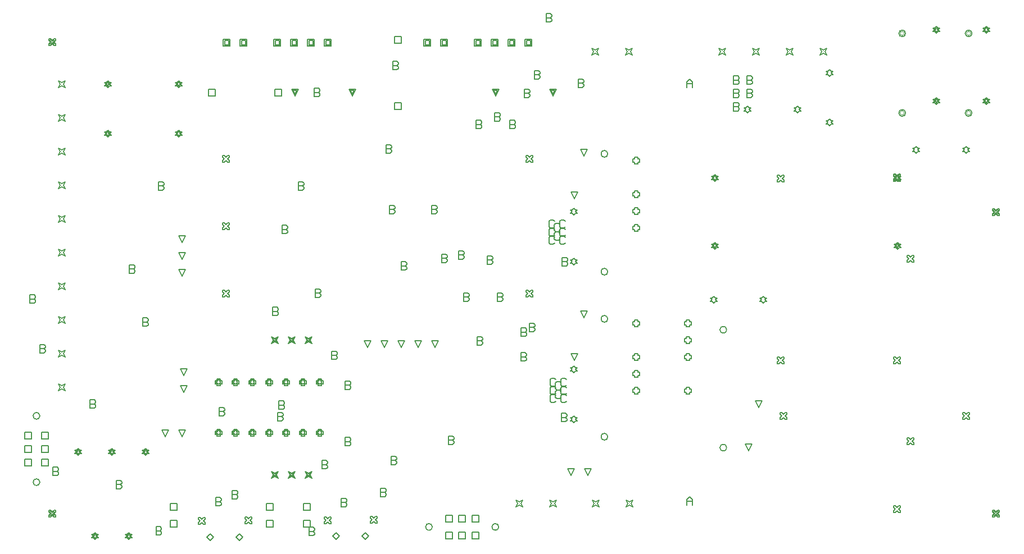
<source format=gbr>
%TF.GenerationSoftware,Altium Limited,Altium Designer,21.3.2 (30)*%
G04 Layer_Color=2752767*
%FSLAX26Y26*%
%MOIN*%
%TF.SameCoordinates,53465ED1-0DC7-484A-8DCD-68ECABD516C6*%
%TF.FilePolarity,Positive*%
%TF.FileFunction,Drawing*%
%TF.Part,Single*%
G01*
G75*
%TA.AperFunction,NonConductor*%
%ADD97C,0.004000*%
%ADD199C,0.005000*%
%ADD200C,0.006667*%
D97*
X6603299Y4377559D02*
G03*
X6603299Y4377559I-12000J0D01*
G01*
X6997000D02*
G03*
X6997000Y4377559I-12000J0D01*
G01*
Y4850000D02*
G03*
X6997000Y4850000I-12000J0D01*
G01*
X6603299D02*
G03*
X6603299Y4850000I-12000J0D01*
G01*
D199*
X1785000Y1855000D02*
X1795000D01*
X1805000Y1845000D01*
X1815000Y1855000D01*
X1825000D01*
X1815000Y1865000D01*
X1825000Y1875000D01*
X1815000D01*
X1805000Y1885000D01*
X1795000Y1875000D01*
X1785000D01*
X1795000Y1865000D01*
X1785000Y1855000D01*
X1793000Y1859000D02*
X1799000D01*
X1805000Y1853000D01*
X1811000Y1859000D01*
X1817000D01*
X1811000Y1865000D01*
X1817000Y1871000D01*
X1811000D01*
X1805000Y1877000D01*
X1799000Y1871000D01*
X1793000D01*
X1799000Y1865000D01*
X1793000Y1859000D01*
X1985000Y1855000D02*
X1995000D01*
X2005000Y1845000D01*
X2015000Y1855000D01*
X2025000D01*
X2015000Y1865000D01*
X2025000Y1875000D01*
X2015000D01*
X2005000Y1885000D01*
X1995000Y1875000D01*
X1985000D01*
X1995000Y1865000D01*
X1985000Y1855000D01*
X1993000Y1859000D02*
X1999000D01*
X2005000Y1853000D01*
X2011000Y1859000D01*
X2017000D01*
X2011000Y1865000D01*
X2017000Y1871000D01*
X2011000D01*
X2005000Y1877000D01*
X1999000Y1871000D01*
X1993000D01*
X1999000Y1865000D01*
X1993000Y1859000D01*
X2165354Y1870079D02*
X2190346D01*
X2198677Y1878409D01*
Y1886740D01*
X2190346Y1895071D01*
X2165354D01*
X2190346D01*
X2198677Y1903401D01*
Y1911732D01*
X2190346Y1920062D01*
X2165354D01*
Y1870079D01*
X2250000Y1920000D02*
Y1960000D01*
X2290000D01*
Y1920000D01*
X2250000D01*
Y2020000D02*
Y2060000D01*
X2290000D01*
Y2020000D01*
X2250000D01*
X2468386Y1859252D02*
X2488386Y1879252D01*
X2508386Y1859252D01*
X2488386Y1839252D01*
X2468386Y1859252D01*
X2641614D02*
X2661614Y1879252D01*
X2681614Y1859252D01*
X2661614Y1839252D01*
X2641614Y1859252D01*
X2692795Y1937677D02*
X2702795D01*
X2712795Y1947677D01*
X2722795Y1937677D01*
X2732795D01*
Y1947677D01*
X2722795Y1957677D01*
X2732795Y1967677D01*
Y1977677D01*
X2722795D01*
X2712795Y1967677D01*
X2702795Y1977677D01*
X2692795D01*
Y1967677D01*
X2702795Y1957677D01*
X2692795Y1947677D01*
Y1937677D01*
X2820000Y1920000D02*
Y1960000D01*
X2860000D01*
Y1920000D01*
X2820000D01*
Y2020000D02*
Y2060000D01*
X2860000D01*
Y2020000D01*
X2820000D01*
X3073445Y1917484D02*
Y1867500D01*
X3098437D01*
X3106767Y1875831D01*
Y1884161D01*
X3098437Y1892492D01*
X3073445D01*
X3098437D01*
X3106767Y1900823D01*
Y1909153D01*
X3098437Y1917484D01*
X3073445D01*
X3213386Y1864252D02*
X3233386Y1884252D01*
X3253386Y1864252D01*
X3233386Y1844252D01*
X3213386Y1864252D01*
X3386614D02*
X3406614Y1884252D01*
X3426614Y1864252D01*
X3406614Y1844252D01*
X3386614Y1864252D01*
X3437795Y1942677D02*
X3447795D01*
X3457795Y1952677D01*
X3467795Y1942677D01*
X3477795D01*
Y1952677D01*
X3467795Y1962677D01*
X3477795Y1972677D01*
Y1982677D01*
X3467795D01*
X3457795Y1972677D01*
X3447795Y1982677D01*
X3437795D01*
Y1972677D01*
X3447795Y1962677D01*
X3437795Y1952677D01*
Y1942677D01*
X3497165Y2099528D02*
X3522157D01*
X3530488Y2107858D01*
Y2116189D01*
X3522157Y2124519D01*
X3497165D01*
X3522157D01*
X3530488Y2132850D01*
Y2141181D01*
X3522157Y2149511D01*
X3497165D01*
Y2099528D01*
X3560000Y2290000D02*
X3584992D01*
X3593323Y2298331D01*
Y2306661D01*
X3584992Y2314992D01*
X3560000D01*
X3584992D01*
X3593323Y2323323D01*
Y2331653D01*
X3584992Y2339984D01*
X3560000D01*
Y2290000D01*
X3882520Y1988425D02*
X3922520D01*
Y1948425D01*
X3882520D01*
Y1988425D01*
X3961260D02*
X4001260D01*
Y1948425D01*
X3961260D01*
Y1988425D01*
Y1890000D02*
X4001260D01*
Y1850000D01*
X3961260D01*
Y1890000D01*
X3922520D02*
Y1850000D01*
X3882520D01*
Y1890000D01*
X3922520D01*
X4040000D02*
X4080000D01*
Y1850000D01*
X4040000D01*
Y1890000D01*
Y1948425D02*
Y1988425D01*
X4080000D01*
Y1948425D01*
X4040000D01*
X4300000Y2037480D02*
X4310000Y2057481D01*
X4300000Y2077481D01*
X4320000Y2067481D01*
X4340000Y2077481D01*
X4330000Y2057481D01*
X4340000Y2037480D01*
X4320000Y2047480D01*
X4300000Y2037480D01*
X4500000D02*
X4510000Y2057481D01*
X4500000Y2077481D01*
X4520000Y2067481D01*
X4540000Y2077481D01*
X4530000Y2057481D01*
X4540000Y2037480D01*
X4520000Y2047480D01*
X4500000Y2037480D01*
X4755000D02*
X4765000Y2057481D01*
X4755000Y2077481D01*
X4775000Y2067481D01*
X4795000Y2077481D01*
X4785000Y2057481D01*
X4795000Y2037480D01*
X4775000Y2047480D01*
X4755000Y2037480D01*
X4955000D02*
X4965000Y2057481D01*
X4955000Y2077481D01*
X4975000Y2067481D01*
X4995000Y2077481D01*
X4985000Y2057481D01*
X4995000Y2037480D01*
X4975000Y2047480D01*
X4955000Y2037480D01*
X4725984Y2224095D02*
X4705984Y2264095D01*
X4745984D01*
X4725984Y2224095D01*
X4625984D02*
X4605984Y2264095D01*
X4645984D01*
X4625984Y2224095D01*
X4625000Y2550000D02*
X4635000D01*
X4645000Y2540000D01*
X4655000Y2550000D01*
X4665000D01*
X4655000Y2560000D01*
X4665000Y2570000D01*
X4655000D01*
X4645000Y2580000D01*
X4635000Y2570000D01*
X4625000D01*
X4635000Y2560000D01*
X4625000Y2550000D01*
X4603323Y2553331D02*
Y2561661D01*
X4594992Y2569992D01*
X4570000D01*
X4594992D01*
X4603323Y2578323D01*
Y2586653D01*
X4594992Y2594984D01*
X4570000D01*
Y2545000D01*
X4594992D01*
X4603323Y2553331D01*
X4599819Y2666086D02*
X4591488Y2657756D01*
X4574827D01*
X4566496Y2666086D01*
Y2699409D01*
X4574827Y2707740D01*
X4591488D01*
X4599819Y2699409D01*
Y2713331D02*
X4591488Y2705000D01*
X4574827D01*
X4566496Y2713331D01*
Y2746653D01*
X4574827Y2754984D01*
X4591488D01*
X4599819Y2746653D01*
Y2760575D02*
X4591488Y2752244D01*
X4574827D01*
X4566496Y2760575D01*
Y2793897D01*
X4574827Y2802228D01*
X4591488D01*
X4599819Y2793897D01*
X4625000Y2845276D02*
X4635000D01*
X4645000Y2835276D01*
X4655000Y2845276D01*
X4665000D01*
X4655000Y2855276D01*
X4665000Y2865276D01*
X4655000D01*
X4645000Y2875276D01*
X4635000Y2865276D01*
X4625000D01*
X4635000Y2855276D01*
X4625000Y2845276D01*
X4645472Y2907047D02*
X4625472Y2947047D01*
X4665472D01*
X4645472Y2907047D01*
X4568323Y2774212D02*
X4559992Y2782543D01*
X4543331D01*
X4535000Y2774212D01*
Y2740890D01*
X4543331Y2732559D01*
X4559992D01*
X4568323Y2740890D01*
Y2723031D02*
X4559992Y2731362D01*
X4543331D01*
X4535000Y2723031D01*
Y2689709D01*
X4543331Y2681378D01*
X4559992D01*
X4568323Y2689709D01*
X4536827Y2699409D02*
X4528496Y2707740D01*
X4511834D01*
X4503504Y2699409D01*
Y2666086D01*
X4511834Y2657756D01*
X4528496D01*
X4536827Y2666086D01*
Y2713331D02*
X4528496Y2705000D01*
X4511834D01*
X4503504Y2713331D01*
Y2746653D01*
X4511834Y2754984D01*
X4528496D01*
X4536827Y2746653D01*
Y2760575D02*
X4528496Y2752244D01*
X4511834D01*
X4503504Y2760575D01*
Y2793897D01*
X4511834Y2802228D01*
X4528496D01*
X4536827Y2793897D01*
X4363323Y2913331D02*
Y2921661D01*
X4354992Y2929992D01*
X4330000D01*
X4354992D01*
X4363323Y2938323D01*
Y2946653D01*
X4354992Y2954984D01*
X4330000D01*
Y2905000D01*
X4354992D01*
X4363323Y2913331D01*
X4355701Y3051181D02*
X4364031Y3059512D01*
Y3067842D01*
X4355701Y3076173D01*
X4330709D01*
X4355701D01*
X4364031Y3084504D01*
Y3092834D01*
X4355701Y3101165D01*
X4330709D01*
Y3051181D01*
X4355701D01*
X4380000Y3080000D02*
X4404992D01*
X4413323Y3088331D01*
Y3096661D01*
X4404992Y3104992D01*
X4380000D01*
X4404992D01*
X4413323Y3113323D01*
Y3121653D01*
X4404992Y3129984D01*
X4380000D01*
Y3080000D01*
X4704528Y3162953D02*
X4684528Y3202953D01*
X4724528D01*
X4704528Y3162953D01*
X5005000Y2950000D02*
Y2940000D01*
X4995000D01*
Y2920000D01*
X5005000D01*
Y2910000D01*
X5025000D01*
Y2920000D01*
X5035000D01*
Y2940000D01*
X5025000D01*
Y2950000D01*
X5005000D01*
Y2850000D02*
Y2840000D01*
X4995000D01*
Y2820000D01*
X5005000D01*
Y2810000D01*
X5025000D01*
Y2820000D01*
X5035000D01*
Y2840000D01*
X5025000D01*
Y2850000D01*
X5005000D01*
Y2750000D02*
Y2740000D01*
X4995000D01*
Y2720000D01*
X5005000D01*
Y2710000D01*
X5025000D01*
Y2720000D01*
X5035000D01*
Y2740000D01*
X5025000D01*
Y2750000D01*
X5005000D01*
X5310000D02*
Y2740000D01*
X5300000D01*
Y2720000D01*
X5310000D01*
Y2710000D01*
X5330000D01*
Y2720000D01*
X5340000D01*
Y2740000D01*
X5330000D01*
Y2750000D01*
X5310000D01*
X5330000Y2910000D02*
Y2920000D01*
X5340000D01*
Y2940000D01*
X5330000D01*
Y2950000D01*
X5310000D01*
Y2940000D01*
X5300000D01*
Y2920000D01*
X5310000D01*
Y2910000D01*
X5330000D01*
Y3010000D02*
Y3020000D01*
X5340000D01*
Y3040000D01*
X5330000D01*
Y3050000D01*
X5310000D01*
Y3040000D01*
X5300000D01*
Y3020000D01*
X5310000D01*
Y3010000D01*
X5330000D01*
Y3110000D02*
Y3120000D01*
X5340000D01*
Y3140000D01*
X5330000D01*
Y3150000D01*
X5310000D01*
Y3140000D01*
X5300000D01*
Y3120000D01*
X5310000D01*
Y3110000D01*
X5330000D01*
X5472362Y3250000D02*
X5482362Y3260000D01*
X5492362D01*
X5482362Y3270000D01*
X5492362Y3280000D01*
X5482362D01*
X5472362Y3290000D01*
X5462362Y3280000D01*
X5452362D01*
X5462362Y3270000D01*
X5452362Y3260000D01*
X5462362D01*
X5472362Y3250000D01*
X5747638Y3260000D02*
X5757638D01*
X5767638Y3250000D01*
X5777638Y3260000D01*
X5787638D01*
X5777638Y3270000D01*
X5787638Y3280000D01*
X5777638D01*
X5767638Y3290000D01*
X5757638Y3280000D01*
X5747638D01*
X5757638Y3270000D01*
X5747638Y3260000D01*
X5500000Y3580000D02*
X5490000Y3590000D01*
X5500000Y3600000D01*
X5490000D01*
X5480000Y3610000D01*
X5470000Y3600000D01*
X5460000D01*
X5470000Y3590000D01*
X5460000Y3580000D01*
X5470000D01*
X5480000Y3570000D01*
X5490000Y3580000D01*
X5500000D01*
X5492000Y3584000D02*
X5486000Y3590000D01*
X5492000Y3596000D01*
X5486000D01*
X5480000Y3602000D01*
X5474000Y3596000D01*
X5468000D01*
X5474000Y3590000D01*
X5468000Y3584000D01*
X5474000D01*
X5480000Y3578000D01*
X5486000Y3584000D01*
X5492000D01*
X5850000Y3970000D02*
X5860000D01*
X5870000Y3980000D01*
X5880000Y3970000D01*
X5890000D01*
Y3980000D01*
X5880000Y3990000D01*
X5890000Y4000000D01*
Y4010000D01*
X5880000D01*
X5870000Y4000000D01*
X5860000Y4010000D01*
X5850000D01*
Y4000000D01*
X5860000Y3990000D01*
X5850000Y3980000D01*
Y3970000D01*
X5492000Y3985575D02*
X5486000Y3991575D01*
X5492000Y3997575D01*
X5486000D01*
X5480000Y4003575D01*
X5474000Y3997575D01*
X5468000D01*
X5474000Y3991575D01*
X5468000Y3985575D01*
X5474000D01*
X5480000Y3979575D01*
X5486000Y3985575D01*
X5492000D01*
X5490000Y3991575D02*
X5500000Y4001575D01*
X5490000D01*
X5480000Y4011575D01*
X5470000Y4001575D01*
X5460000D01*
X5470000Y3991575D01*
X5460000Y3981575D01*
X5470000D01*
X5480000Y3971575D01*
X5490000Y3981575D01*
X5500000D01*
X5490000Y3991575D01*
X5615543Y4389764D02*
X5623874Y4398094D01*
Y4406425D01*
X5615543Y4414756D01*
X5590551D01*
X5615543D01*
X5623874Y4423086D01*
Y4431417D01*
X5615543Y4439748D01*
X5590551D01*
Y4389764D01*
X5615543D01*
X5654213Y4390000D02*
X5664213D01*
X5674213Y4380000D01*
X5684213Y4390000D01*
X5694213D01*
X5684213Y4400000D01*
X5694213Y4410000D01*
X5684213D01*
X5674213Y4420000D01*
X5664213Y4410000D01*
X5654213D01*
X5664213Y4400000D01*
X5654213Y4390000D01*
X5669291Y4468504D02*
X5694283D01*
X5702614Y4476834D01*
Y4485165D01*
X5694283Y4493496D01*
X5669291D01*
X5694283D01*
X5702614Y4501827D01*
Y4510157D01*
X5694283Y4518488D01*
X5669291D01*
Y4468504D01*
X5623874Y4476834D02*
Y4485165D01*
X5615543Y4493496D01*
X5590551D01*
X5615543D01*
X5623874Y4501827D01*
Y4510157D01*
X5615543Y4518488D01*
X5590551D01*
Y4468504D01*
X5615543D01*
X5623874Y4476834D01*
Y4555575D02*
Y4563905D01*
X5615543Y4572236D01*
X5590551D01*
X5615543D01*
X5623874Y4580567D01*
Y4588897D01*
X5615543Y4597228D01*
X5590551D01*
Y4547244D01*
X5615543D01*
X5623874Y4555575D01*
X5669291Y4547244D02*
X5694283D01*
X5702614Y4555575D01*
Y4563905D01*
X5694283Y4572236D01*
X5669291D01*
X5694283D01*
X5702614Y4580567D01*
Y4588897D01*
X5694283Y4597228D01*
X5669291D01*
Y4547244D01*
X5949488Y4410000D02*
X5959488Y4400000D01*
X5949488Y4390000D01*
X5959488D01*
X5969488Y4380000D01*
X5979488Y4390000D01*
X5989488D01*
X5979488Y4400000D01*
X5989488Y4410000D01*
X5979488D01*
X5969488Y4420000D01*
X5959488Y4410000D01*
X5949488D01*
X6141417Y4330866D02*
X6151417Y4320866D01*
X6141417Y4310866D01*
X6151417D01*
X6161417Y4300866D01*
X6171417Y4310866D01*
X6181417D01*
X6171417Y4320866D01*
X6181417Y4330866D01*
X6171417D01*
X6161417Y4340866D01*
X6151417Y4330866D01*
X6141417D01*
Y4606142D02*
X6151417D01*
X6161417Y4596142D01*
X6171417Y4606142D01*
X6181417D01*
X6171417Y4616142D01*
X6181417Y4626142D01*
X6171417D01*
X6161417Y4636142D01*
X6151417Y4626142D01*
X6141417D01*
X6151417Y4616142D01*
X6141417Y4606142D01*
X6145000Y4722520D02*
X6125000Y4732520D01*
X6105000Y4722520D01*
X6115000Y4742520D01*
X6105000Y4762520D01*
X6125000Y4752520D01*
X6145000Y4762520D01*
X6135000Y4742520D01*
X6145000Y4722520D01*
X5945000D02*
X5925000Y4732520D01*
X5905000Y4722520D01*
X5915000Y4742520D01*
X5905000Y4762520D01*
X5925000Y4752520D01*
X5945000Y4762520D01*
X5935000Y4742520D01*
X5945000Y4722520D01*
X5745000D02*
X5725000Y4732520D01*
X5705000Y4722520D01*
X5715000Y4742520D01*
X5705000Y4762520D01*
X5725000Y4752520D01*
X5745000Y4762520D01*
X5735000Y4742520D01*
X5745000Y4722520D01*
X5545000D02*
X5525000Y4732520D01*
X5505000Y4722520D01*
X5515000Y4742520D01*
X5505000Y4762520D01*
X5525000Y4752520D01*
X5545000Y4762520D01*
X5535000Y4742520D01*
X5545000Y4722520D01*
X5331622Y4577543D02*
X5348283Y4560882D01*
Y4527559D01*
Y4552551D01*
X5314961D01*
Y4560882D02*
X5331622Y4577543D01*
X5314961Y4560882D02*
Y4527559D01*
X5035000Y4105000D02*
X5025000D01*
Y4115000D01*
X5005000D01*
Y4105000D01*
X4995000D01*
Y4085000D01*
X5005000D01*
Y4075000D01*
X5025000D01*
Y4085000D01*
X5035000D01*
Y4105000D01*
Y3905000D02*
X5025000D01*
Y3915000D01*
X5005000D01*
Y3905000D01*
X4995000D01*
Y3885000D01*
X5005000D01*
Y3875000D01*
X5025000D01*
Y3885000D01*
X5035000D01*
Y3905000D01*
Y3805000D02*
X5025000D01*
Y3815000D01*
X5005000D01*
Y3805000D01*
X4995000D01*
Y3785000D01*
X5005000D01*
Y3775000D01*
X5025000D01*
Y3785000D01*
X5035000D01*
Y3805000D01*
Y3705000D02*
X5025000D01*
Y3715000D01*
X5005000D01*
Y3705000D01*
X4995000D01*
Y3685000D01*
X5005000D01*
Y3675000D01*
X5025000D01*
Y3685000D01*
X5035000D01*
Y3705000D01*
X4724528Y4162953D02*
X4704528Y4122953D01*
X4684528Y4162953D01*
X4724528D01*
X4665472Y3907047D02*
X4645472Y3867047D01*
X4625472Y3907047D01*
X4665472D01*
X4665000Y3800276D02*
X4655000D01*
X4645000Y3810276D01*
X4635000Y3800276D01*
X4625000D01*
X4635000Y3790276D01*
X4625000Y3780276D01*
X4635000D01*
X4645000Y3770276D01*
X4655000Y3780276D01*
X4665000D01*
X4655000Y3790276D01*
X4665000Y3800276D01*
X4593323Y3733897D02*
X4584992Y3742228D01*
X4568331D01*
X4560000Y3733897D01*
Y3700575D01*
X4568331Y3692244D01*
X4584992D01*
X4593323Y3700575D01*
X4584992Y3694984D02*
X4568331D01*
X4560000Y3686653D01*
Y3653331D01*
X4568331Y3645000D01*
X4584992D01*
X4593323Y3653331D01*
Y3639409D02*
X4584992Y3647740D01*
X4568331D01*
X4560000Y3639409D01*
Y3606086D01*
X4568331Y3597756D01*
X4584992D01*
X4593323Y3606086D01*
Y3686653D02*
X4584992Y3694984D01*
X4561827Y3714212D02*
X4553496Y3722543D01*
X4536834D01*
X4528504Y3714212D01*
Y3680890D01*
X4536834Y3672559D01*
X4553496D01*
X4561827Y3680890D01*
Y3663031D02*
X4553496Y3671362D01*
X4536834D01*
X4528504Y3663031D01*
Y3629709D01*
X4536834Y3621378D01*
X4553496D01*
X4561827Y3629709D01*
X4530330Y3639409D02*
X4522000Y3647740D01*
X4505338D01*
X4497008Y3639409D01*
Y3606086D01*
X4505338Y3597756D01*
X4522000D01*
X4530330Y3606086D01*
Y3653331D02*
X4522000Y3645000D01*
X4505338D01*
X4497008Y3653331D01*
Y3686653D01*
X4505338Y3694984D01*
X4522000D01*
X4530330Y3686653D01*
X4575000Y3519984D02*
Y3470000D01*
X4599992D01*
X4608323Y3478331D01*
Y3486661D01*
X4599992Y3494992D01*
X4575000D01*
X4599992D01*
X4608323Y3503323D01*
Y3511653D01*
X4599992Y3519984D01*
X4575000D01*
X4625000Y3505000D02*
X4635000Y3495000D01*
X4625000Y3485000D01*
X4635000D01*
X4645000Y3475000D01*
X4655000Y3485000D01*
X4665000D01*
X4655000Y3495000D01*
X4665000Y3505000D01*
X4655000D01*
X4645000Y3515000D01*
X4635000Y3505000D01*
X4625000D01*
X5005000Y3150000D02*
Y3140000D01*
X4995000D01*
Y3120000D01*
X5005000D01*
Y3110000D01*
X5025000D01*
Y3120000D01*
X5035000D01*
Y3140000D01*
X5025000D01*
Y3150000D01*
X5005000D01*
X4530330Y3700575D02*
X4522000Y3692244D01*
X4505338D01*
X4497008Y3700575D01*
Y3733897D01*
X4505338Y3742228D01*
X4522000D01*
X4530330Y3733897D01*
X4400000Y4085000D02*
Y4095000D01*
X4390000Y4105000D01*
X4400000Y4115000D01*
Y4125000D01*
X4390000D01*
X4380000Y4115000D01*
X4370000Y4125000D01*
X4360000D01*
Y4115000D01*
X4370000Y4105000D01*
X4360000Y4095000D01*
Y4085000D01*
X4370000D01*
X4380000Y4095000D01*
X4390000Y4085000D01*
X4400000D01*
X4298323Y4293331D02*
Y4301661D01*
X4289992Y4309992D01*
X4265000D01*
X4289992D01*
X4298323Y4318323D01*
Y4326653D01*
X4289992Y4334984D01*
X4265000D01*
Y4285000D01*
X4289992D01*
X4298323Y4293331D01*
X4520000Y4480000D02*
X4500000Y4520000D01*
X4540000D01*
X4520000Y4480000D01*
Y4488000D02*
X4508000Y4512000D01*
X4532000D01*
X4520000Y4488000D01*
X4670000Y4530000D02*
X4694992D01*
X4703323Y4538331D01*
Y4546661D01*
X4694992Y4554992D01*
X4670000D01*
X4694992D01*
X4703323Y4563323D01*
Y4571653D01*
X4694992Y4579984D01*
X4670000D01*
Y4530000D01*
X4443323Y4588331D02*
Y4596661D01*
X4434992Y4604992D01*
X4410000D01*
X4434992D01*
X4443323Y4613323D01*
Y4621653D01*
X4434992Y4629984D01*
X4410000D01*
Y4580000D01*
X4434992D01*
X4443323Y4588331D01*
X4395000Y4775000D02*
X4355000D01*
Y4815000D01*
X4395000D01*
Y4775000D01*
X4387000Y4783000D02*
X4363000D01*
Y4807000D01*
X4387000D01*
Y4783000D01*
X4295000Y4775000D02*
X4255000D01*
Y4815000D01*
X4295000D01*
Y4775000D01*
X4287000Y4783000D02*
X4263000D01*
Y4807000D01*
X4287000D01*
Y4783000D01*
X4480000Y4918010D02*
X4504992D01*
X4513323Y4926341D01*
Y4934671D01*
X4504992Y4943002D01*
X4480000D01*
X4504992D01*
X4513323Y4951333D01*
Y4959663D01*
X4504992Y4967994D01*
X4480000D01*
Y4918010D01*
X4750000Y4762520D02*
X4770000Y4752520D01*
X4790000Y4762520D01*
X4780000Y4742520D01*
X4790000Y4722520D01*
X4770000Y4732520D01*
X4750000Y4722520D01*
X4760000Y4742520D01*
X4750000Y4762520D01*
X4950000D02*
X4970000Y4752520D01*
X4990000Y4762520D01*
X4980000Y4742520D01*
X4990000Y4722520D01*
X4970000Y4732520D01*
X4950000Y4722520D01*
X4960000Y4742520D01*
X4950000Y4762520D01*
X4383323Y4511653D02*
X4374992Y4519984D01*
X4350000D01*
Y4470000D01*
X4374992D01*
X4383323Y4478331D01*
Y4486661D01*
X4374992Y4494992D01*
X4350000D01*
X4374992D01*
X4383323Y4503323D01*
Y4511653D01*
X4200000Y4520000D02*
X4180000Y4480000D01*
X4160000Y4520000D01*
X4200000D01*
X4192000Y4512000D02*
X4180000Y4488000D01*
X4168000Y4512000D01*
X4192000D01*
X4199992Y4379984D02*
X4175000D01*
Y4330000D01*
X4199992D01*
X4208323Y4338331D01*
Y4346661D01*
X4199992Y4354992D01*
X4175000D01*
X4199992D01*
X4208323Y4363323D01*
Y4371653D01*
X4199992Y4379984D01*
X4098323Y4326653D02*
X4089992Y4334984D01*
X4065000D01*
Y4285000D01*
X4089992D01*
X4098323Y4293331D01*
Y4301661D01*
X4089992Y4309992D01*
X4065000D01*
X4089992D01*
X4098323Y4318323D01*
Y4326653D01*
X4155000Y4775000D02*
Y4815000D01*
X4195000D01*
Y4775000D01*
X4155000D01*
X4163000Y4783000D02*
Y4807000D01*
X4187000D01*
Y4783000D01*
X4163000D01*
X4095000Y4775000D02*
X4055000D01*
Y4815000D01*
X4095000D01*
Y4775000D01*
X4087000Y4783000D02*
X4063000D01*
Y4807000D01*
X4087000D01*
Y4783000D01*
X3895000Y4775000D02*
X3855000D01*
Y4815000D01*
X3895000D01*
Y4775000D01*
X3887000Y4783000D02*
X3863000D01*
Y4807000D01*
X3887000D01*
Y4783000D01*
X3795000Y4775000D02*
X3755000D01*
Y4815000D01*
X3795000D01*
Y4775000D01*
X3787000Y4783000D02*
X3763000D01*
Y4807000D01*
X3787000D01*
Y4783000D01*
X3620000Y4791850D02*
X3580000D01*
Y4831850D01*
X3620000D01*
Y4791850D01*
X3603323Y4676653D02*
X3594992Y4684984D01*
X3570000D01*
Y4635000D01*
X3594992D01*
X3603323Y4643331D01*
Y4651661D01*
X3594992Y4659992D01*
X3570000D01*
X3594992D01*
X3603323Y4668323D01*
Y4676653D01*
X3620000Y4438150D02*
Y4398150D01*
X3580000D01*
Y4438150D01*
X3620000D01*
X3530000Y4189984D02*
Y4140000D01*
X3554992D01*
X3563323Y4148331D01*
Y4156661D01*
X3554992Y4164992D01*
X3530000D01*
X3554992D01*
X3563323Y4173323D01*
Y4181653D01*
X3554992Y4189984D01*
X3530000D01*
X3330000Y4480000D02*
X3310000Y4520000D01*
X3350000D01*
X3330000Y4480000D01*
Y4488000D02*
X3318000Y4512000D01*
X3342000D01*
X3330000Y4488000D01*
X3138323Y4491661D02*
X3129992Y4499992D01*
X3105000D01*
X3129992D01*
X3138323Y4508323D01*
Y4516653D01*
X3129992Y4524984D01*
X3105000D01*
Y4475000D01*
X3129992D01*
X3138323Y4483331D01*
Y4491661D01*
X2990000Y4488000D02*
X2978000Y4512000D01*
X3002000D01*
X2990000Y4488000D01*
Y4480000D02*
X2970000Y4520000D01*
X3010000D01*
X2990000Y4480000D01*
X2911850D02*
X2871850D01*
Y4520000D01*
X2911850D01*
Y4480000D01*
X3105000Y4775000D02*
X3065000D01*
Y4815000D01*
X3105000D01*
Y4775000D01*
X3165000D02*
Y4815000D01*
X3205000D01*
Y4775000D01*
X3165000D01*
X3173000Y4783000D02*
Y4807000D01*
X3197000D01*
Y4783000D01*
X3173000D01*
X3097000D02*
X3073000D01*
Y4807000D01*
X3097000D01*
Y4783000D01*
X3005000Y4775000D02*
X2965000D01*
Y4815000D01*
X3005000D01*
Y4775000D01*
X2997000Y4783000D02*
X2973000D01*
Y4807000D01*
X2997000D01*
Y4783000D01*
X2905000Y4775000D02*
X2865000D01*
Y4815000D01*
X2905000D01*
Y4775000D01*
X2897000Y4783000D02*
X2873000D01*
Y4807000D01*
X2897000D01*
Y4783000D01*
X2705000Y4775000D02*
X2665000D01*
Y4815000D01*
X2705000D01*
Y4775000D01*
X2697000Y4783000D02*
X2673000D01*
Y4807000D01*
X2697000D01*
Y4783000D01*
X2605000Y4775000D02*
X2565000D01*
Y4815000D01*
X2605000D01*
Y4775000D01*
X2597000Y4783000D02*
X2573000D01*
Y4807000D01*
X2597000D01*
Y4783000D01*
X2478150Y4520000D02*
X2518150D01*
Y4480000D01*
X2478150D01*
Y4520000D01*
X2320000Y4540000D02*
X2310000Y4550000D01*
X2320000Y4560000D01*
X2310000D01*
X2300000Y4570000D01*
X2290000Y4560000D01*
X2280000D01*
X2290000Y4550000D01*
X2280000Y4540000D01*
X2290000D01*
X2300000Y4530000D01*
X2310000Y4540000D01*
X2320000D01*
X2312000Y4544000D02*
X2306000Y4550000D01*
X2312000Y4556000D01*
X2306000D01*
X2300000Y4562000D01*
X2294000Y4556000D01*
X2288000D01*
X2294000Y4550000D01*
X2288000Y4544000D01*
X2294000D01*
X2300000Y4538000D01*
X2306000Y4544000D01*
X2312000D01*
X2310000Y4264724D02*
X2300000Y4274724D01*
X2290000Y4264724D01*
X2280000D01*
X2290000Y4254724D01*
X2280000Y4244724D01*
X2290000D01*
X2300000Y4234724D01*
X2310000Y4244724D01*
X2320000D01*
X2310000Y4254724D01*
X2320000Y4264724D01*
X2310000D01*
X2312000Y4260724D02*
X2306000D01*
X2300000Y4266724D01*
X2294000Y4260724D01*
X2288000D01*
X2294000Y4254724D01*
X2288000Y4248724D01*
X2294000D01*
X2300000Y4242724D01*
X2306000Y4248724D01*
X2312000D01*
X2306000Y4254724D01*
X2312000Y4260724D01*
X2204992Y3969984D02*
X2180000D01*
Y3920000D01*
X2204992D01*
X2213323Y3928331D01*
Y3936661D01*
X2204992Y3944992D01*
X2180000D01*
X2204992D01*
X2213323Y3953323D01*
Y3961653D01*
X2204992Y3969984D01*
X2300000Y3650000D02*
X2340000D01*
X2320000Y3610000D01*
X2300000Y3650000D01*
Y3550000D02*
X2340000D01*
X2320000Y3510000D01*
X2300000Y3550000D01*
Y3450000D02*
X2340000D01*
X2320000Y3410000D01*
X2300000Y3450000D01*
X2119937Y3151889D02*
X2111606Y3160220D01*
X2086614D01*
Y3110236D01*
X2111606D01*
X2119937Y3118567D01*
Y3126898D01*
X2111606Y3135228D01*
X2086614D01*
X2111606D01*
X2119937Y3143559D01*
Y3151889D01*
X2310000Y2860000D02*
X2350000D01*
X2330000Y2820000D01*
X2310000Y2860000D01*
Y2760000D02*
X2350000D01*
X2330000Y2720000D01*
X2310000Y2760000D01*
X2200000Y2495000D02*
X2240000D01*
X2220000Y2455000D01*
X2200000Y2495000D01*
X2125000Y2375000D02*
X2115000D01*
X2105000Y2385000D01*
X2095000Y2375000D01*
X2085000D01*
X2095000Y2365000D01*
X2085000Y2355000D01*
X2095000D01*
X2105000Y2345000D01*
X2115000Y2355000D01*
X2125000D01*
X2115000Y2365000D01*
X2125000Y2375000D01*
X2117000Y2371000D02*
X2111000D01*
X2105000Y2377000D01*
X2099000Y2371000D01*
X2093000D01*
X2099000Y2365000D01*
X2093000Y2359000D01*
X2099000D01*
X2105000Y2353000D01*
X2111000Y2359000D01*
X2117000D01*
X2111000Y2365000D01*
X2117000Y2371000D01*
X2320000Y2455000D02*
X2300000Y2495000D01*
X2340000D01*
X2320000Y2455000D01*
X2520000Y2094984D02*
Y2045000D01*
X2544992D01*
X2553323Y2053331D01*
Y2061661D01*
X2544992Y2069992D01*
X2520000D01*
X2544992D01*
X2553323Y2078323D01*
Y2086653D01*
X2544992Y2094984D01*
X2520000D01*
X2618110Y2086614D02*
X2643102D01*
X2651433Y2094945D01*
Y2103276D01*
X2643102Y2111606D01*
X2618110D01*
X2643102D01*
X2651433Y2119937D01*
Y2128267D01*
X2643102Y2136598D01*
X2618110D01*
Y2086614D01*
X2457205Y1973740D02*
X2447205D01*
X2437205Y1963740D01*
X2427205Y1973740D01*
X2417205D01*
Y1963740D01*
X2427205Y1953740D01*
X2417205Y1943740D01*
Y1933740D01*
X2427205D01*
X2437205Y1943740D01*
X2447205Y1933740D01*
X2457205D01*
Y1943740D01*
X2447205Y1953740D01*
X2457205Y1963740D01*
Y1973740D01*
X2850000Y2210000D02*
X2860000Y2230000D01*
X2850000Y2250000D01*
X2870000Y2240000D01*
X2890000Y2250000D01*
X2880000Y2230000D01*
X2890000Y2210000D01*
X2870000Y2220000D01*
X2850000Y2210000D01*
X2950000D02*
X2960000Y2230000D01*
X2950000Y2250000D01*
X2970000Y2240000D01*
X2990000Y2250000D01*
X2980000Y2230000D01*
X2990000Y2210000D01*
X2970000Y2220000D01*
X2950000Y2210000D01*
X3040000Y2060000D02*
X3080000D01*
Y2020000D01*
X3040000D01*
Y2060000D01*
Y1960000D02*
X3080000D01*
Y1920000D01*
X3040000D01*
Y1960000D01*
X3162205Y1968740D02*
X3172205Y1958740D01*
X3162205Y1948740D01*
Y1938740D01*
X3172205D01*
X3182205Y1948740D01*
X3192205Y1938740D01*
X3202205D01*
Y1948740D01*
X3192205Y1958740D01*
X3202205Y1968740D01*
Y1978740D01*
X3192205D01*
X3182205Y1968740D01*
X3172205Y1978740D01*
X3162205D01*
Y1968740D01*
X3265000Y2040000D02*
X3289992D01*
X3298323Y2048331D01*
Y2056661D01*
X3289992Y2064992D01*
X3265000D01*
X3289992D01*
X3298323Y2073323D01*
Y2081653D01*
X3289992Y2089984D01*
X3265000D01*
Y2040000D01*
X3182929Y2272110D02*
Y2280441D01*
X3174598Y2288771D01*
X3149606D01*
X3174598D01*
X3182929Y2297102D01*
Y2305433D01*
X3174598Y2313763D01*
X3149606D01*
Y2263780D01*
X3174598D01*
X3182929Y2272110D01*
X3287402Y2401575D02*
X3312394D01*
X3320724Y2409905D01*
Y2418236D01*
X3312394Y2426567D01*
X3287402D01*
X3312394D01*
X3320724Y2434897D01*
Y2443228D01*
X3312394Y2451559D01*
X3287402D01*
Y2401575D01*
X3146535Y2460000D02*
Y2470000D01*
X3156535D01*
Y2490000D01*
X3146535D01*
Y2500000D01*
X3126535D01*
Y2490000D01*
X3116535D01*
Y2470000D01*
X3126535D01*
Y2460000D01*
X3146535D01*
X3142535Y2468000D02*
Y2474000D01*
X3148535D01*
Y2486000D01*
X3142535D01*
Y2492000D01*
X3130535D01*
Y2486000D01*
X3124535D01*
Y2474000D01*
X3130535D01*
Y2468000D01*
X3142535D01*
X3056535Y2470000D02*
Y2490000D01*
X3046535D01*
Y2500000D01*
X3026535D01*
Y2490000D01*
X3016535D01*
Y2470000D01*
X3026535D01*
Y2460000D01*
X3046535D01*
Y2470000D01*
X3056535D01*
X3048535Y2474000D02*
Y2486000D01*
X3042535D01*
Y2492000D01*
X3030535D01*
Y2486000D01*
X3024535D01*
Y2474000D01*
X3030535D01*
Y2468000D01*
X3042535D01*
Y2474000D01*
X3048535D01*
X2956535Y2470000D02*
Y2490000D01*
X2946535D01*
Y2500000D01*
X2926535D01*
Y2490000D01*
X2916535D01*
Y2470000D01*
X2926535D01*
Y2460000D01*
X2946535D01*
Y2470000D01*
X2956535D01*
X2958000Y2242000D02*
X2970000Y2236000D01*
X2982000Y2242000D01*
X2976000Y2230000D01*
X2982000Y2218000D01*
X2970000Y2224000D01*
X2958000Y2218000D01*
X2964000Y2230000D01*
X2958000Y2242000D01*
X3050000Y2250000D02*
X3070000Y2240000D01*
X3090000Y2250000D01*
X3080000Y2230000D01*
X3090000Y2210000D01*
X3070000Y2220000D01*
X3050000Y2210000D01*
X3060000Y2230000D01*
X3050000Y2250000D01*
X3058000Y2242000D02*
X3070000Y2236000D01*
X3082000Y2242000D01*
X3076000Y2230000D01*
X3082000Y2218000D01*
X3070000Y2224000D01*
X3058000Y2218000D01*
X3064000Y2230000D01*
X3058000Y2242000D01*
X2942535Y2468000D02*
Y2474000D01*
X2948535D01*
Y2486000D01*
X2942535D01*
Y2492000D01*
X2930535D01*
Y2486000D01*
X2924535D01*
Y2474000D01*
X2930535D01*
Y2468000D01*
X2942535D01*
X2856535Y2470000D02*
Y2490000D01*
X2846535D01*
Y2500000D01*
X2826535D01*
Y2490000D01*
X2816535D01*
Y2470000D01*
X2826535D01*
Y2460000D01*
X2846535D01*
Y2470000D01*
X2856535D01*
X2848535Y2474000D02*
Y2486000D01*
X2842535D01*
Y2492000D01*
X2830535D01*
Y2486000D01*
X2824535D01*
Y2474000D01*
X2830535D01*
Y2468000D01*
X2842535D01*
Y2474000D01*
X2848535D01*
X2858000Y2242000D02*
X2870000Y2236000D01*
X2882000Y2242000D01*
X2876000Y2230000D01*
X2882000Y2218000D01*
X2870000Y2224000D01*
X2858000Y2218000D01*
X2864000Y2230000D01*
X2858000Y2242000D01*
X2746535Y2460000D02*
Y2470000D01*
X2756535D01*
Y2490000D01*
X2746535D01*
Y2500000D01*
X2726535D01*
Y2490000D01*
X2716535D01*
Y2470000D01*
X2726535D01*
Y2460000D01*
X2746535D01*
X2742535Y2468000D02*
Y2474000D01*
X2748535D01*
Y2486000D01*
X2742535D01*
Y2492000D01*
X2730535D01*
Y2486000D01*
X2724535D01*
Y2474000D01*
X2730535D01*
Y2468000D01*
X2742535D01*
X2656535Y2470000D02*
Y2490000D01*
X2646535D01*
Y2500000D01*
X2626535D01*
Y2490000D01*
X2616535D01*
Y2470000D01*
X2626535D01*
Y2460000D01*
X2646535D01*
Y2470000D01*
X2656535D01*
X2886535Y2550000D02*
X2911527D01*
X2919858Y2558331D01*
Y2566661D01*
X2911527Y2574992D01*
X2886535D01*
X2911527D01*
X2919858Y2583323D01*
Y2591653D01*
X2911527Y2599984D01*
X2886535D01*
Y2550000D01*
X2893701Y2618110D02*
X2918693D01*
X2927023Y2626441D01*
Y2634771D01*
X2918693Y2643102D01*
X2893701D01*
X2918693D01*
X2927023Y2651433D01*
Y2659763D01*
X2918693Y2668094D01*
X2893701D01*
Y2618110D01*
X2956535Y2770000D02*
Y2790000D01*
X2946535D01*
Y2800000D01*
X2926535D01*
Y2790000D01*
X2916535D01*
Y2770000D01*
X2926535D01*
Y2760000D01*
X2946535D01*
Y2770000D01*
X2956535D01*
X3016535D02*
X3026535D01*
Y2760000D01*
X3046535D01*
Y2770000D01*
X3056535D01*
Y2790000D01*
X3046535D01*
Y2800000D01*
X3026535D01*
Y2790000D01*
X3016535D01*
Y2770000D01*
X3024535Y2774000D02*
X3030535D01*
Y2768000D01*
X3042535D01*
Y2774000D01*
X3048535D01*
Y2786000D01*
X3042535D01*
Y2792000D01*
X3030535D01*
Y2786000D01*
X3024535D01*
Y2774000D01*
X3116535Y2770000D02*
X3126535D01*
Y2760000D01*
X3146535D01*
Y2770000D01*
X3156535D01*
Y2790000D01*
X3146535D01*
Y2800000D01*
X3126535D01*
Y2790000D01*
X3116535D01*
Y2770000D01*
X3124535Y2774000D02*
X3130535D01*
Y2768000D01*
X3142535D01*
Y2774000D01*
X3148535D01*
Y2786000D01*
X3142535D01*
Y2792000D01*
X3130535D01*
Y2786000D01*
X3124535D01*
Y2774000D01*
X3287402Y2786204D02*
Y2736220D01*
X3312394D01*
X3320724Y2744551D01*
Y2752882D01*
X3312394Y2761212D01*
X3287402D01*
X3312394D01*
X3320724Y2769543D01*
Y2777874D01*
X3312394Y2786204D01*
X3287402D01*
X3241984Y2921716D02*
Y2930047D01*
X3233653Y2938378D01*
X3208661D01*
X3233653D01*
X3241984Y2946708D01*
Y2955039D01*
X3233653Y2963370D01*
X3208661D01*
Y2913386D01*
X3233653D01*
X3241984Y2921716D01*
X3090000Y3010000D02*
X3070000Y3020000D01*
X3050000Y3010000D01*
X3060000Y3030000D01*
X3050000Y3050000D01*
X3070000Y3040000D01*
X3090000Y3050000D01*
X3080000Y3030000D01*
X3090000Y3010000D01*
X3082000Y3018000D02*
X3070000Y3024000D01*
X3058000Y3018000D01*
X3064000Y3030000D01*
X3058000Y3042000D01*
X3070000Y3036000D01*
X3082000Y3042000D01*
X3076000Y3030000D01*
X3082000Y3018000D01*
X2990000Y3010000D02*
X2970000Y3020000D01*
X2950000Y3010000D01*
X2960000Y3030000D01*
X2950000Y3050000D01*
X2970000Y3040000D01*
X2990000Y3050000D01*
X2980000Y3030000D01*
X2990000Y3010000D01*
X2982000Y3018000D02*
X2970000Y3024000D01*
X2958000Y3018000D01*
X2964000Y3030000D01*
X2958000Y3042000D01*
X2970000Y3036000D01*
X2982000Y3042000D01*
X2976000Y3030000D01*
X2982000Y3018000D01*
X2891787Y3181756D02*
Y3190087D01*
X2883456Y3198417D01*
X2858465D01*
X2883456D01*
X2891787Y3206748D01*
Y3215079D01*
X2883456Y3223409D01*
X2858465D01*
Y3173425D01*
X2883456D01*
X2891787Y3181756D01*
X2890000Y3050000D02*
X2880000Y3030000D01*
X2890000Y3010000D01*
X2870000Y3020000D01*
X2850000Y3010000D01*
X2860000Y3030000D01*
X2850000Y3050000D01*
X2870000Y3040000D01*
X2890000Y3050000D01*
X2882000Y3042000D02*
X2876000Y3030000D01*
X2882000Y3018000D01*
X2870000Y3024000D01*
X2858000Y3018000D01*
X2864000Y3030000D01*
X2858000Y3042000D01*
X2870000Y3036000D01*
X2882000Y3042000D01*
X2756535Y2790000D02*
X2746535D01*
Y2800000D01*
X2726535D01*
Y2790000D01*
X2716535D01*
Y2770000D01*
X2726535D01*
Y2760000D01*
X2746535D01*
Y2770000D01*
X2756535D01*
Y2790000D01*
X2748535Y2786000D02*
X2742535D01*
Y2792000D01*
X2730535D01*
Y2786000D01*
X2724535D01*
Y2774000D01*
X2730535D01*
Y2768000D01*
X2742535D01*
Y2774000D01*
X2748535D01*
Y2786000D01*
X2656535Y2790000D02*
X2646535D01*
Y2800000D01*
X2626535D01*
Y2790000D01*
X2616535D01*
Y2770000D01*
X2626535D01*
Y2760000D01*
X2646535D01*
Y2770000D01*
X2656535D01*
Y2790000D01*
X2816535D02*
Y2770000D01*
X2826535D01*
Y2760000D01*
X2846535D01*
Y2770000D01*
X2856535D01*
Y2790000D01*
X2846535D01*
Y2800000D01*
X2826535D01*
Y2790000D01*
X2816535D01*
X2824535Y2786000D02*
Y2774000D01*
X2830535D01*
Y2768000D01*
X2842535D01*
Y2774000D01*
X2848535D01*
Y2786000D01*
X2842535D01*
Y2792000D01*
X2830535D01*
Y2786000D01*
X2824535D01*
X2924535D02*
Y2774000D01*
X2930535D01*
Y2768000D01*
X2942535D01*
Y2774000D01*
X2948535D01*
Y2786000D01*
X2942535D01*
Y2792000D01*
X2930535D01*
Y2786000D01*
X2924535D01*
X2648535D02*
X2642535D01*
Y2792000D01*
X2630535D01*
Y2786000D01*
X2624535D01*
Y2774000D01*
X2630535D01*
Y2768000D01*
X2642535D01*
Y2774000D01*
X2648535D01*
Y2786000D01*
X2556535Y2790000D02*
X2546535D01*
Y2800000D01*
X2526535D01*
Y2790000D01*
X2516535D01*
Y2770000D01*
X2526535D01*
Y2760000D01*
X2546535D01*
Y2770000D01*
X2556535D01*
Y2790000D01*
X2548535Y2786000D02*
X2542535D01*
Y2792000D01*
X2530535D01*
Y2786000D01*
X2524535D01*
Y2774000D01*
X2530535D01*
Y2768000D01*
X2542535D01*
Y2774000D01*
X2548535D01*
Y2786000D01*
X2540000Y2629984D02*
Y2580000D01*
X2564992D01*
X2573323Y2588331D01*
Y2596661D01*
X2564992Y2604992D01*
X2540000D01*
X2564992D01*
X2573323Y2613323D01*
Y2621653D01*
X2564992Y2629984D01*
X2540000D01*
X2546535Y2500000D02*
X2526535D01*
Y2490000D01*
X2516535D01*
Y2470000D01*
X2526535D01*
Y2460000D01*
X2546535D01*
Y2470000D01*
X2556535D01*
Y2490000D01*
X2546535D01*
Y2500000D01*
X2542535Y2492000D02*
X2530535D01*
Y2486000D01*
X2524535D01*
Y2474000D01*
X2530535D01*
Y2468000D01*
X2542535D01*
Y2474000D01*
X2548535D01*
Y2486000D01*
X2542535D01*
Y2492000D01*
X2630535D02*
Y2486000D01*
X2624535D01*
Y2474000D01*
X2630535D01*
Y2468000D01*
X2642535D01*
Y2474000D01*
X2648535D01*
Y2486000D01*
X2642535D01*
Y2492000D01*
X2630535D01*
X1925000Y2375000D02*
X1915000D01*
X1905000Y2385000D01*
X1895000Y2375000D01*
X1885000D01*
X1895000Y2365000D01*
X1885000Y2355000D01*
X1895000D01*
X1905000Y2345000D01*
X1915000Y2355000D01*
X1925000D01*
X1915000Y2365000D01*
X1925000Y2375000D01*
X1807323Y2633331D02*
Y2641661D01*
X1798992Y2649992D01*
X1774000D01*
X1798992D01*
X1807323Y2658323D01*
Y2666653D01*
X1798992Y2674984D01*
X1774000D01*
Y2625000D01*
X1798992D01*
X1807323Y2633331D01*
X1893000Y2371000D02*
X1899000Y2365000D01*
X1893000Y2359000D01*
X1899000D01*
X1905000Y2353000D01*
X1911000Y2359000D01*
X1917000D01*
X1911000Y2365000D01*
X1917000Y2371000D01*
X1911000D01*
X1905000Y2377000D01*
X1899000Y2371000D01*
X1893000D01*
X1725000Y2375000D02*
X1715000D01*
X1705000Y2385000D01*
X1695000Y2375000D01*
X1685000D01*
X1695000Y2365000D01*
X1685000Y2355000D01*
X1695000D01*
X1705000Y2345000D01*
X1715000Y2355000D01*
X1725000D01*
X1715000Y2365000D01*
X1725000Y2375000D01*
X1717000Y2371000D02*
X1711000D01*
X1705000Y2377000D01*
X1699000Y2371000D01*
X1693000D01*
X1699000Y2365000D01*
X1693000Y2359000D01*
X1699000D01*
X1705000Y2353000D01*
X1711000Y2359000D01*
X1717000D01*
X1711000Y2365000D01*
X1717000Y2371000D01*
X1525906Y2361890D02*
X1485906D01*
Y2401890D01*
X1525906D01*
Y2361890D01*
Y2440630D02*
X1485906D01*
Y2480630D01*
X1525906D01*
Y2440630D01*
Y2323150D02*
Y2283150D01*
X1485906D01*
Y2323150D01*
X1525906D01*
X1555118Y2274393D02*
Y2224409D01*
X1580110D01*
X1588441Y2232740D01*
Y2241071D01*
X1580110Y2249401D01*
X1555118D01*
X1580110D01*
X1588441Y2257732D01*
Y2266063D01*
X1580110Y2274393D01*
X1555118D01*
X1427480Y2361890D02*
X1387480D01*
Y2401890D01*
X1427480D01*
Y2361890D01*
Y2440630D02*
X1387480D01*
Y2480630D01*
X1427480D01*
Y2440630D01*
Y2323150D02*
Y2283150D01*
X1387480D01*
Y2323150D01*
X1427480D01*
X1530000Y2020000D02*
Y2010000D01*
X1540000Y2000000D01*
X1530000Y1990000D01*
Y1980000D01*
X1540000D01*
X1550000Y1990000D01*
X1560000Y1980000D01*
X1570000D01*
Y1990000D01*
X1560000Y2000000D01*
X1570000Y2010000D01*
Y2020000D01*
X1560000D01*
X1550000Y2010000D01*
X1540000Y2020000D01*
X1530000D01*
X1538000Y2012000D02*
Y2006000D01*
X1544000Y2000000D01*
X1538000Y1994000D01*
Y1988000D01*
X1544000D01*
X1550000Y1994000D01*
X1556000Y1988000D01*
X1562000D01*
Y1994000D01*
X1556000Y2000000D01*
X1562000Y2006000D01*
Y2012000D01*
X1556000D01*
X1550000Y2006000D01*
X1544000Y2012000D01*
X1538000D01*
X1929134Y2145669D02*
X1954126D01*
X1962457Y2154000D01*
Y2162331D01*
X1954126Y2170661D01*
X1929134D01*
X1954126D01*
X1962457Y2178992D01*
Y2187323D01*
X1954126Y2195653D01*
X1929134D01*
Y2145669D01*
X1627480Y2730000D02*
X1607480Y2740000D01*
X1587480Y2730000D01*
X1597480Y2750000D01*
X1587480Y2770000D01*
X1607480Y2760000D01*
X1627480Y2770000D01*
X1617480Y2750000D01*
X1627480Y2730000D01*
Y2930000D02*
X1607480Y2940000D01*
X1587480Y2930000D01*
X1597480Y2950000D01*
X1587480Y2970000D01*
X1607480Y2960000D01*
X1627480Y2970000D01*
X1617480Y2950000D01*
X1627480Y2930000D01*
X1509701Y2961086D02*
Y2969417D01*
X1501370Y2977748D01*
X1476378D01*
X1501370D01*
X1509701Y2986079D01*
Y2994409D01*
X1501370Y3002740D01*
X1476378D01*
Y2952756D01*
X1501370D01*
X1509701Y2961086D01*
X1627480Y3130000D02*
X1607480Y3140000D01*
X1587480Y3130000D01*
X1597480Y3150000D01*
X1587480Y3170000D01*
X1607480Y3160000D01*
X1627480Y3170000D01*
X1617480Y3150000D01*
X1627480Y3130000D01*
Y3330000D02*
X1607480Y3340000D01*
X1587480Y3330000D01*
X1597480Y3350000D01*
X1587480Y3370000D01*
X1607480Y3360000D01*
X1627480Y3370000D01*
X1617480Y3350000D01*
X1627480Y3330000D01*
Y3530000D02*
X1607480Y3540000D01*
X1587480Y3530000D01*
X1597480Y3550000D01*
X1587480Y3570000D01*
X1607480Y3560000D01*
X1627480Y3570000D01*
X1617480Y3550000D01*
X1627480Y3530000D01*
X2007874Y3475181D02*
Y3425197D01*
X2032866D01*
X2041197Y3433527D01*
Y3441858D01*
X2032866Y3450189D01*
X2007874D01*
X2032866D01*
X2041197Y3458519D01*
Y3466850D01*
X2032866Y3475181D01*
X2007874D01*
X1627480Y3730000D02*
X1607480Y3740000D01*
X1587480Y3730000D01*
X1597480Y3750000D01*
X1587480Y3770000D01*
X1607480Y3760000D01*
X1627480Y3770000D01*
X1617480Y3750000D01*
X1627480Y3730000D01*
Y3930000D02*
X1607480Y3940000D01*
X1587480Y3930000D01*
X1597480Y3950000D01*
X1587480Y3970000D01*
X1607480Y3960000D01*
X1627480Y3970000D01*
X1617480Y3950000D01*
X1627480Y3930000D01*
Y4130000D02*
X1607480Y4140000D01*
X1587480Y4130000D01*
X1597480Y4150000D01*
X1587480Y4170000D01*
X1607480Y4160000D01*
X1627480Y4170000D01*
X1617480Y4150000D01*
X1627480Y4130000D01*
X1858740Y4244724D02*
X1868740D01*
X1878740Y4234724D01*
X1888740Y4244724D01*
X1898740D01*
X1888740Y4254724D01*
X1898740Y4264724D01*
X1888740D01*
X1878740Y4274724D01*
X1868740Y4264724D01*
X1858740D01*
X1868740Y4254724D01*
X1858740Y4244724D01*
X1866740Y4248724D02*
X1872740D01*
X1878740Y4242724D01*
X1884740Y4248724D01*
X1890740D01*
X1884740Y4254724D01*
X1890740Y4260724D01*
X1884740D01*
X1878740Y4266724D01*
X1872740Y4260724D01*
X1866740D01*
X1872740Y4254724D01*
X1866740Y4248724D01*
X1627480Y4330000D02*
X1607480Y4340000D01*
X1587480Y4330000D01*
X1597480Y4350000D01*
X1587480Y4370000D01*
X1607480Y4360000D01*
X1627480Y4370000D01*
X1617480Y4350000D01*
X1627480Y4330000D01*
X1858740Y4540000D02*
X1868740D01*
X1878740Y4530000D01*
X1888740Y4540000D01*
X1898740D01*
X1888740Y4550000D01*
X1898740Y4560000D01*
X1888740D01*
X1878740Y4570000D01*
X1868740Y4560000D01*
X1858740D01*
X1868740Y4550000D01*
X1858740Y4540000D01*
X1866740Y4544000D02*
X1872740D01*
X1878740Y4538000D01*
X1884740Y4544000D01*
X1890740D01*
X1884740Y4550000D01*
X1890740Y4556000D01*
X1884740D01*
X1878740Y4562000D01*
X1872740Y4556000D01*
X1866740D01*
X1872740Y4550000D01*
X1866740Y4544000D01*
X1627480Y4530000D02*
X1607480Y4540000D01*
X1587480Y4530000D01*
X1597480Y4550000D01*
X1587480Y4570000D01*
X1607480Y4560000D01*
X1627480Y4570000D01*
X1617480Y4550000D01*
X1627480Y4530000D01*
X1570000Y4780000D02*
Y4790000D01*
X1560000Y4800000D01*
X1570000Y4810000D01*
Y4820000D01*
X1560000D01*
X1550000Y4810000D01*
X1540000Y4820000D01*
X1530000D01*
Y4810000D01*
X1540000Y4800000D01*
X1530000Y4790000D01*
Y4780000D01*
X1540000D01*
X1550000Y4790000D01*
X1560000Y4780000D01*
X1570000D01*
X1562000Y4788000D02*
Y4794000D01*
X1556000Y4800000D01*
X1562000Y4806000D01*
Y4812000D01*
X1556000D01*
X1550000Y4806000D01*
X1544000Y4812000D01*
X1538000D01*
Y4806000D01*
X1544000Y4800000D01*
X1538000Y4794000D01*
Y4788000D01*
X1544000D01*
X1550000Y4794000D01*
X1556000Y4788000D01*
X1562000D01*
X2560000Y3725000D02*
Y3715000D01*
X2570000Y3705000D01*
X2560000Y3695000D01*
Y3685000D01*
X2570000D01*
X2580000Y3695000D01*
X2590000Y3685000D01*
X2600000D01*
Y3695000D01*
X2590000Y3705000D01*
X2600000Y3715000D01*
Y3725000D01*
X2590000D01*
X2580000Y3715000D01*
X2570000Y3725000D01*
X2560000D01*
X2913386Y3686409D02*
X2938378D01*
X2913386D01*
Y3661417D02*
X2938378D01*
X2946708Y3669748D01*
Y3678079D01*
X2938378Y3686409D01*
X2946708Y3694740D01*
Y3703070D01*
X2938378Y3711401D01*
X2913386D01*
Y3661417D01*
X3110000Y3331874D02*
Y3281890D01*
X3134992D01*
X3143323Y3290220D01*
Y3298551D01*
X3134992Y3306882D01*
X3110000D01*
X3134992D01*
X3143323Y3315212D01*
Y3323543D01*
X3134992Y3331874D01*
X3110000D01*
X3400000Y3023740D02*
X3440000D01*
X3420000Y2983740D01*
X3400000Y3023740D01*
X3500000D02*
X3540000D01*
X3520000Y2983740D01*
X3500000Y3023740D01*
X3600000D02*
X3640000D01*
X3620000Y2983740D01*
X3600000Y3023740D01*
X3700000D02*
X3740000D01*
X3720000Y2983740D01*
X3700000Y3023740D01*
X3800000D02*
X3840000D01*
X3820000Y2983740D01*
X3800000Y3023740D01*
X4070000Y3024992D02*
X4094992D01*
X4070000D01*
Y3049984D02*
Y3000000D01*
X4094992D01*
X4103323Y3008331D01*
Y3016661D01*
X4094992Y3024992D01*
X4103323Y3033323D01*
Y3041653D01*
X4094992Y3049984D01*
X4070000D01*
X4360000Y3285000D02*
X4370000D01*
X4380000Y3295000D01*
X4390000Y3285000D01*
X4400000D01*
Y3295000D01*
X4390000Y3305000D01*
X4400000Y3315000D01*
Y3325000D01*
X4390000D01*
X4380000Y3315000D01*
X4370000Y3325000D01*
X4360000D01*
Y3315000D01*
X4370000Y3305000D01*
X4360000Y3295000D01*
Y3285000D01*
X4163323Y3488331D02*
Y3496661D01*
X4154992Y3504992D01*
X4130000D01*
X4154992D01*
X4163323Y3513323D01*
Y3521653D01*
X4154992Y3529984D01*
X4130000D01*
Y3480000D01*
X4154992D01*
X4163323Y3488331D01*
X4190000Y3309984D02*
Y3260000D01*
X4214992D01*
X4223323Y3268331D01*
Y3276661D01*
X4214992Y3284992D01*
X4190000D01*
X4214992D01*
X4223323Y3293323D01*
Y3301653D01*
X4214992Y3309984D01*
X4190000D01*
X3993323Y3518331D02*
Y3526661D01*
X3984992Y3534992D01*
X3960000D01*
X3984992D01*
X3993323Y3543323D01*
Y3551653D01*
X3984992Y3559984D01*
X3960000D01*
Y3510000D01*
X3984992D01*
X3993323Y3518331D01*
X3990000Y3309984D02*
Y3260000D01*
X4014992D01*
X4023323Y3268331D01*
Y3276661D01*
X4014992Y3284992D01*
X3990000D01*
X4014992D01*
X4023323Y3293323D01*
Y3301653D01*
X4014992Y3309984D01*
X3990000D01*
X3893323Y3498331D02*
Y3506661D01*
X3884992Y3514992D01*
X3860000D01*
X3884992D01*
X3893323Y3523323D01*
Y3531653D01*
X3884992Y3539984D01*
X3860000D01*
Y3490000D01*
X3884992D01*
X3893323Y3498331D01*
X3833323Y3788331D02*
Y3796661D01*
X3824992Y3804992D01*
X3800000D01*
X3824992D01*
X3833323Y3813323D01*
Y3821653D01*
X3824992Y3829984D01*
X3800000D01*
Y3780000D01*
X3824992D01*
X3833323Y3788331D01*
X3583323D02*
Y3796661D01*
X3574992Y3804992D01*
X3550000D01*
X3574992D01*
X3583323Y3813323D01*
Y3821653D01*
X3574992Y3829984D01*
X3550000D01*
Y3780000D01*
X3574992D01*
X3583323Y3788331D01*
X3620000Y3493724D02*
Y3443740D01*
X3644992D01*
X3653323Y3452071D01*
Y3460401D01*
X3644992Y3468732D01*
X3620000D01*
X3644992D01*
X3653323Y3477063D01*
Y3485393D01*
X3644992Y3493724D01*
X3620000D01*
X3043323Y3928331D02*
Y3936661D01*
X3034992Y3944992D01*
X3010000D01*
X3034992D01*
X3043323Y3953323D01*
Y3961653D01*
X3034992Y3969984D01*
X3010000D01*
Y3920000D01*
X3034992D01*
X3043323Y3928331D01*
X2600000Y4085000D02*
Y4095000D01*
X2590000Y4105000D01*
X2600000Y4115000D01*
Y4125000D01*
X2590000D01*
X2580000Y4115000D01*
X2570000Y4125000D01*
X2560000D01*
Y4115000D01*
X2570000Y4105000D01*
X2560000Y4095000D01*
Y4085000D01*
X2570000D01*
X2580000Y4095000D01*
X2590000Y4085000D01*
X2600000D01*
Y3325000D02*
X2590000D01*
X2580000Y3315000D01*
X2570000Y3325000D01*
X2560000D01*
Y3315000D01*
X2570000Y3305000D01*
X2560000Y3295000D01*
Y3285000D01*
X2570000D01*
X2580000Y3295000D01*
X2590000Y3285000D01*
X2600000D01*
Y3295000D01*
X2590000Y3305000D01*
X2600000Y3315000D01*
Y3325000D01*
X1450645Y3289685D02*
X1442315Y3298015D01*
X1417323D01*
Y3248032D01*
X1442315D01*
X1450645Y3256362D01*
Y3264693D01*
X1442315Y3273023D01*
X1417323D01*
X1442315D01*
X1450645Y3281354D01*
Y3289685D01*
X3900000Y2459984D02*
Y2410000D01*
X3924992D01*
X3933323Y2418331D01*
Y2426661D01*
X3924992Y2434992D01*
X3900000D01*
X3924992D01*
X3933323Y2443323D01*
Y2451653D01*
X3924992Y2459984D01*
X3900000D01*
X5314961Y2047244D02*
Y2080567D01*
X5331622Y2097228D01*
X5348283Y2080567D01*
Y2047244D01*
Y2072236D01*
X5314961D01*
X5680472Y2372047D02*
X5660472Y2412047D01*
X5700472D01*
X5680472Y2372047D01*
X5868661Y2560000D02*
X5878661D01*
X5888661Y2570000D01*
X5898661Y2560000D01*
X5908661D01*
Y2570000D01*
X5898661Y2580000D01*
X5908661Y2590000D01*
Y2600000D01*
X5898661D01*
X5888661Y2590000D01*
X5878661Y2600000D01*
X5868661D01*
Y2590000D01*
X5878661Y2580000D01*
X5868661Y2570000D01*
Y2560000D01*
X5759528Y2667953D02*
X5739528Y2627953D01*
X5719528Y2667953D01*
X5759528D01*
X5850000Y2887323D02*
X5860000D01*
X5870000Y2897323D01*
X5880000Y2887323D01*
X5890000D01*
Y2897323D01*
X5880000Y2907323D01*
X5890000Y2917323D01*
Y2927323D01*
X5880000D01*
X5870000Y2917323D01*
X5860000Y2927323D01*
X5850000D01*
Y2917323D01*
X5860000Y2907323D01*
X5850000Y2897323D01*
Y2887323D01*
X6620000Y2450000D02*
Y2440000D01*
X6630000Y2430000D01*
X6620000Y2420000D01*
Y2410000D01*
X6630000D01*
X6640000Y2420000D01*
X6650000Y2410000D01*
X6660000D01*
Y2420000D01*
X6650000Y2430000D01*
X6660000Y2440000D01*
Y2450000D01*
X6650000D01*
X6640000Y2440000D01*
X6630000Y2450000D01*
X6620000D01*
X6580000Y2045748D02*
X6570000D01*
X6560000Y2035748D01*
X6550000Y2045748D01*
X6540000D01*
Y2035748D01*
X6550000Y2025748D01*
X6540000Y2015748D01*
Y2005748D01*
X6550000D01*
X6560000Y2015748D01*
X6570000Y2005748D01*
X6580000D01*
Y2015748D01*
X6570000Y2025748D01*
X6580000Y2035748D01*
Y2045748D01*
X7126850Y2020000D02*
Y2010000D01*
X7136850Y2000000D01*
X7126850Y1990000D01*
Y1980000D01*
X7136850D01*
X7146850Y1990000D01*
X7156850Y1980000D01*
X7166850D01*
Y1990000D01*
X7156850Y2000000D01*
X7166850Y2010000D01*
Y2020000D01*
X7156850D01*
X7146850Y2010000D01*
X7136850Y2020000D01*
X7126850D01*
X7134850Y2012000D02*
Y2006000D01*
X7140850Y2000000D01*
X7134850Y1994000D01*
Y1988000D01*
X7140850D01*
X7146850Y1994000D01*
X7152850Y1988000D01*
X7158850D01*
Y1994000D01*
X7152850Y2000000D01*
X7158850Y2006000D01*
Y2012000D01*
X7152850D01*
X7146850Y2006000D01*
X7140850Y2012000D01*
X7134850D01*
X6991339Y2560000D02*
Y2570000D01*
X6981339Y2580000D01*
X6991339Y2590000D01*
Y2600000D01*
X6981339D01*
X6971339Y2590000D01*
X6961339Y2600000D01*
X6951339D01*
Y2590000D01*
X6961339Y2580000D01*
X6951339Y2570000D01*
Y2560000D01*
X6961339D01*
X6971339Y2570000D01*
X6981339Y2560000D01*
X6991339D01*
X6580000Y2888661D02*
Y2898661D01*
X6570000Y2908661D01*
X6580000Y2918661D01*
Y2928661D01*
X6570000D01*
X6560000Y2918661D01*
X6550000Y2928661D01*
X6540000D01*
Y2918661D01*
X6550000Y2908661D01*
X6540000Y2898661D01*
Y2888661D01*
X6550000D01*
X6560000Y2898661D01*
X6570000Y2888661D01*
X6580000D01*
X6640000Y3502677D02*
X6650000Y3492677D01*
X6660000D01*
Y3502677D01*
X6650000Y3512677D01*
X6660000Y3522677D01*
Y3532677D01*
X6650000D01*
X6640000Y3522677D01*
X6630000Y3532677D01*
X6620000D01*
Y3522677D01*
X6630000Y3512677D01*
X6620000Y3502677D01*
Y3492677D01*
X6630000D01*
X6640000Y3502677D01*
X6582677Y3580000D02*
X6572677Y3590000D01*
X6582677Y3600000D01*
X6572677D01*
X6562677Y3610000D01*
X6552677Y3600000D01*
X6542677D01*
X6552677Y3590000D01*
X6542677Y3580000D01*
X6552677D01*
X6562677Y3570000D01*
X6572677Y3580000D01*
X6582677D01*
X6574677Y3584000D02*
X6568677Y3590000D01*
X6574677Y3596000D01*
X6568677D01*
X6562677Y3602000D01*
X6556677Y3596000D01*
X6550677D01*
X6556677Y3590000D01*
X6550677Y3584000D01*
X6556677D01*
X6562677Y3578000D01*
X6568677Y3584000D01*
X6574677D01*
X6570000Y3971339D02*
X6580000D01*
Y3981339D01*
X6570000Y3991339D01*
X6580000Y4001339D01*
Y4011339D01*
X6570000D01*
X6560000Y4001339D01*
X6550000Y4011339D01*
X6540000D01*
Y4001339D01*
X6550000Y3991339D01*
X6540000Y3981339D01*
Y3971339D01*
X6550000D01*
X6560000Y3981339D01*
X6570000Y3971339D01*
Y3974252D02*
X6580000D01*
Y3984252D01*
X6570000Y3994252D01*
X6580000Y4004252D01*
Y4014252D01*
X6570000D01*
X6560000Y4004252D01*
X6550000Y4014252D01*
X6540000D01*
Y4004252D01*
X6550000Y3994252D01*
X6540000Y3984252D01*
Y3974252D01*
X6550000D01*
X6560000Y3984252D01*
X6570000Y3974252D01*
X6562677Y3971575D02*
X6572677Y3981575D01*
X6582677D01*
X6572677Y3991575D01*
X6582677Y4001575D01*
X6572677D01*
X6562677Y4011575D01*
X6552677Y4001575D01*
X6542677D01*
X6552677Y3991575D01*
X6542677Y3981575D01*
X6552677D01*
X6562677Y3971575D01*
Y3979575D02*
X6568677Y3985575D01*
X6574677D01*
X6568677Y3991575D01*
X6574677Y3997575D01*
X6568677D01*
X6562677Y4003575D01*
X6556677Y3997575D01*
X6550677D01*
X6556677Y3991575D01*
X6550677Y3985575D01*
X6556677D01*
X6562677Y3979575D01*
X6654724Y4150000D02*
X6664724D01*
X6674724Y4140000D01*
X6684724Y4150000D01*
X6694724D01*
X6684724Y4160000D01*
X6694724Y4170000D01*
X6684724D01*
X6674724Y4180000D01*
X6664724Y4170000D01*
X6654724D01*
X6664724Y4160000D01*
X6654724Y4150000D01*
X6950000D02*
X6960000D01*
X6970000Y4140000D01*
X6980000Y4150000D01*
X6990000D01*
X6980000Y4160000D01*
X6990000Y4170000D01*
X6980000D01*
X6970000Y4180000D01*
X6960000Y4170000D01*
X6950000D01*
X6960000Y4160000D01*
X6950000Y4150000D01*
X7090000Y4430000D02*
X7100000Y4440000D01*
X7110000D01*
X7100000Y4450000D01*
X7110000Y4460000D01*
X7100000D01*
X7090000Y4470000D01*
X7080000Y4460000D01*
X7070000D01*
X7080000Y4450000D01*
X7070000Y4440000D01*
X7080000D01*
X7090000Y4430000D01*
Y4438000D02*
X7096000Y4444000D01*
X7102000D01*
X7096000Y4450000D01*
X7102000Y4456000D01*
X7096000D01*
X7090000Y4462000D01*
X7084000Y4456000D01*
X7078000D01*
X7084000Y4450000D01*
X7078000Y4444000D01*
X7084000D01*
X7090000Y4438000D01*
Y4851260D02*
X7100000Y4861260D01*
X7110000D01*
X7100000Y4871260D01*
X7110000Y4881260D01*
X7100000D01*
X7090000Y4891260D01*
X7080000Y4881260D01*
X7070000D01*
X7080000Y4871260D01*
X7070000Y4861260D01*
X7080000D01*
X7090000Y4851260D01*
Y4859260D02*
X7096000Y4865260D01*
X7102000D01*
X7096000Y4871260D01*
X7102000Y4877260D01*
X7096000D01*
X7090000Y4883260D01*
X7084000Y4877260D01*
X7078000D01*
X7084000Y4871260D01*
X7078000Y4865260D01*
X7084000D01*
X7090000Y4859260D01*
X6804724Y4871260D02*
X6814724Y4881260D01*
X6804724D01*
X6794724Y4891260D01*
X6784724Y4881260D01*
X6774724D01*
X6784724Y4871260D01*
X6774724Y4861260D01*
X6784724D01*
X6794724Y4851260D01*
X6804724Y4861260D01*
X6814724D01*
X6804724Y4871260D01*
X6800724D02*
X6806724Y4877260D01*
X6800724D01*
X6794724Y4883260D01*
X6788724Y4877260D01*
X6782724D01*
X6788724Y4871260D01*
X6782724Y4865260D01*
X6788724D01*
X6794724Y4859260D01*
X6800724Y4865260D01*
X6806724D01*
X6800724Y4871260D01*
X6784724Y4460000D02*
X6774724D01*
X6784724Y4450000D01*
X6774724Y4440000D01*
X6784724D01*
X6794724Y4430000D01*
X6804724Y4440000D01*
X6814724D01*
X6804724Y4450000D01*
X6814724Y4460000D01*
X6804724D01*
X6794724Y4470000D01*
X6784724Y4460000D01*
X6782724Y4456000D02*
X6788724Y4450000D01*
X6782724Y4444000D01*
X6788724D01*
X6794724Y4438000D01*
X6800724Y4444000D01*
X6806724D01*
X6800724Y4450000D01*
X6806724Y4456000D01*
X6800724D01*
X6794724Y4462000D01*
X6788724Y4456000D01*
X6782724D01*
X7126850Y3810000D02*
Y3800000D01*
X7136850Y3790000D01*
X7126850Y3780000D01*
Y3770000D01*
X7136850D01*
X7146850Y3780000D01*
X7156850Y3770000D01*
X7166850D01*
Y3780000D01*
X7156850Y3790000D01*
X7166850Y3800000D01*
Y3810000D01*
X7156850D01*
X7146850Y3800000D01*
X7136850Y3810000D01*
X7126850D01*
X7134850Y3802000D02*
Y3796000D01*
X7140850Y3790000D01*
X7134850Y3784000D01*
Y3778000D01*
X7140850D01*
X7146850Y3784000D01*
X7152850Y3778000D01*
X7158850D01*
Y3784000D01*
X7152850Y3790000D01*
X7158850Y3796000D01*
Y3802000D01*
X7152850D01*
X7146850Y3796000D01*
X7140850Y3802000D01*
X7134850D01*
D200*
X1476693Y2185039D02*
G03*
X1476693Y2185039I-20000J0D01*
G01*
Y2578740D02*
G03*
X1476693Y2578740I-20000J0D01*
G01*
X3804410Y1919213D02*
G03*
X3804410Y1919213I-20000J0D01*
G01*
X4198110D02*
G03*
X4198110Y1919213I-20000J0D01*
G01*
X4845000Y2455000D02*
G03*
X4845000Y2455000I-20000J0D01*
G01*
X5550000Y2390000D02*
G03*
X5550000Y2390000I-20000J0D01*
G01*
Y3090000D02*
G03*
X5550000Y3090000I-20000J0D01*
G01*
X4845000Y3435000D02*
G03*
X4845000Y3435000I-20000J0D01*
G01*
Y3155000D02*
G03*
X4845000Y3155000I-20000J0D01*
G01*
Y4135000D02*
G03*
X4845000Y4135000I-20000J0D01*
G01*
X6611299Y4377559D02*
G03*
X6611299Y4377559I-20000J0D01*
G01*
X7005000D02*
G03*
X7005000Y4377559I-20000J0D01*
G01*
Y4850000D02*
G03*
X7005000Y4850000I-20000J0D01*
G01*
X6611299D02*
G03*
X6611299Y4850000I-20000J0D01*
G01*
%TF.MD5,55680a6af740d41a2bc6d4e7a57cb662*%
M02*

</source>
